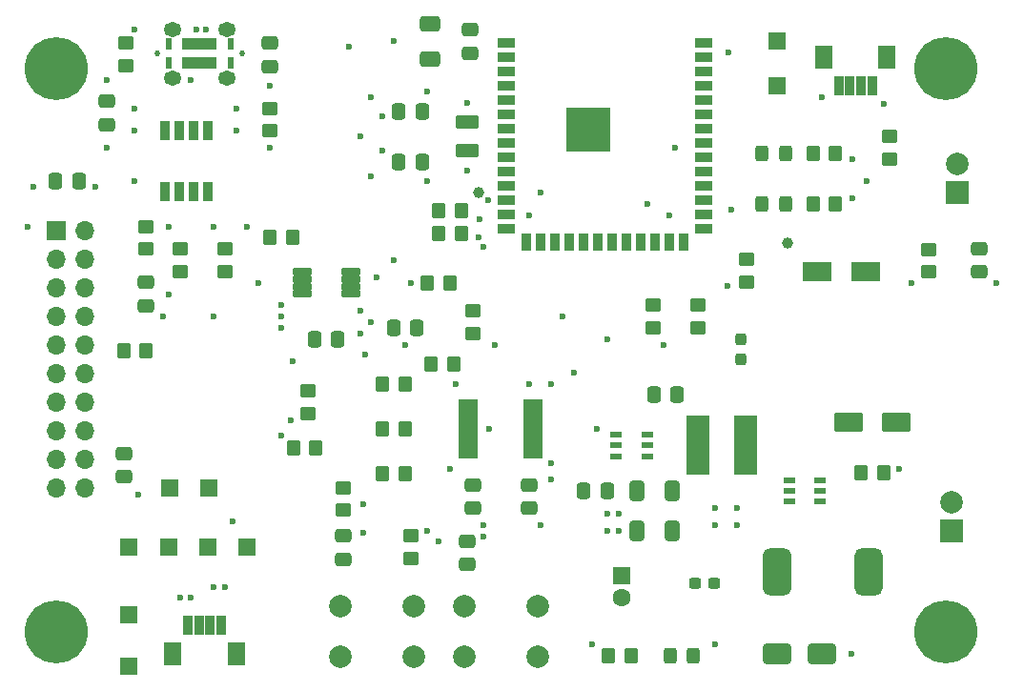
<source format=gts>
%TF.GenerationSoftware,KiCad,Pcbnew,8.0.3*%
%TF.CreationDate,2026-02-06T01:26:45-05:00*%
%TF.ProjectId,FrostByte_IRCamera_PCB,46726f73-7442-4797-9465-5f495243616d,rev?*%
%TF.SameCoordinates,Original*%
%TF.FileFunction,Soldermask,Top*%
%TF.FilePolarity,Negative*%
%FSLAX46Y46*%
G04 Gerber Fmt 4.6, Leading zero omitted, Abs format (unit mm)*
G04 Created by KiCad (PCBNEW 8.0.3) date 2026-02-06 01:26:45*
%MOMM*%
%LPD*%
G01*
G04 APERTURE LIST*
G04 Aperture macros list*
%AMRoundRect*
0 Rectangle with rounded corners*
0 $1 Rounding radius*
0 $2 $3 $4 $5 $6 $7 $8 $9 X,Y pos of 4 corners*
0 Add a 4 corners polygon primitive as box body*
4,1,4,$2,$3,$4,$5,$6,$7,$8,$9,$2,$3,0*
0 Add four circle primitives for the rounded corners*
1,1,$1+$1,$2,$3*
1,1,$1+$1,$4,$5*
1,1,$1+$1,$6,$7*
1,1,$1+$1,$8,$9*
0 Add four rect primitives between the rounded corners*
20,1,$1+$1,$2,$3,$4,$5,0*
20,1,$1+$1,$4,$5,$6,$7,0*
20,1,$1+$1,$6,$7,$8,$9,0*
20,1,$1+$1,$8,$9,$2,$3,0*%
G04 Aperture macros list end*
%ADD10RoundRect,0.250000X0.350000X0.450000X-0.350000X0.450000X-0.350000X-0.450000X0.350000X-0.450000X0*%
%ADD11RoundRect,0.250000X0.450000X-0.350000X0.450000X0.350000X-0.450000X0.350000X-0.450000X-0.350000X0*%
%ADD12RoundRect,0.625750X0.625750X1.464750X-0.625750X1.464750X-0.625750X-1.464750X0.625750X-1.464750X0*%
%ADD13RoundRect,0.642875X0.642875X1.452375X-0.642875X1.452375X-0.642875X-1.452375X0.642875X-1.452375X0*%
%ADD14C,0.600000*%
%ADD15R,3.900000X3.900000*%
%ADD16R,1.500000X0.900000*%
%ADD17R,0.900000X1.500000*%
%ADD18RoundRect,0.250000X0.475000X-0.337500X0.475000X0.337500X-0.475000X0.337500X-0.475000X-0.337500X0*%
%ADD19RoundRect,0.250000X-0.350000X-0.450000X0.350000X-0.450000X0.350000X0.450000X-0.350000X0.450000X0*%
%ADD20RoundRect,0.102000X0.900000X-0.500000X0.900000X0.500000X-0.900000X0.500000X-0.900000X-0.500000X0*%
%ADD21RoundRect,0.237500X0.237500X-0.287500X0.237500X0.287500X-0.237500X0.287500X-0.237500X-0.287500X0*%
%ADD22RoundRect,0.250000X0.650000X-0.412500X0.650000X0.412500X-0.650000X0.412500X-0.650000X-0.412500X0*%
%ADD23RoundRect,0.250000X-0.450000X0.350000X-0.450000X-0.350000X0.450000X-0.350000X0.450000X0.350000X0*%
%ADD24R,2.000000X2.000000*%
%ADD25C,2.000000*%
%ADD26RoundRect,0.250000X-0.337500X-0.475000X0.337500X-0.475000X0.337500X0.475000X-0.337500X0.475000X0*%
%ADD27RoundRect,0.102000X-0.325000X0.762500X-0.325000X-0.762500X0.325000X-0.762500X0.325000X0.762500X0*%
%ADD28RoundRect,0.102000X-0.647700X-0.952500X0.647700X-0.952500X0.647700X0.952500X-0.647700X0.952500X0*%
%ADD29RoundRect,0.102000X-0.330200X-0.774700X0.330200X-0.774700X0.330200X0.774700X-0.330200X0.774700X0*%
%ADD30C,5.600000*%
%ADD31RoundRect,0.250000X-1.000000X-0.650000X1.000000X-0.650000X1.000000X0.650000X-1.000000X0.650000X0*%
%ADD32RoundRect,0.250000X0.337500X0.475000X-0.337500X0.475000X-0.337500X-0.475000X0.337500X-0.475000X0*%
%ADD33RoundRect,0.250000X0.325000X0.450000X-0.325000X0.450000X-0.325000X-0.450000X0.325000X-0.450000X0*%
%ADD34C,0.520000*%
%ADD35RoundRect,0.102000X0.150000X0.435000X-0.150000X0.435000X-0.150000X-0.435000X0.150000X-0.435000X0*%
%ADD36O,1.554000X1.304000*%
%ADD37RoundRect,0.250000X-0.475000X0.337500X-0.475000X-0.337500X0.475000X-0.337500X0.475000X0.337500X0*%
%ADD38RoundRect,0.102000X-1.165000X-0.775000X1.165000X-0.775000X1.165000X0.775000X-1.165000X0.775000X0*%
%ADD39RoundRect,0.250000X0.412500X0.650000X-0.412500X0.650000X-0.412500X-0.650000X0.412500X-0.650000X0*%
%ADD40R,1.600000X1.600000*%
%ADD41C,1.600000*%
%ADD42RoundRect,0.102000X0.647700X0.952500X-0.647700X0.952500X-0.647700X-0.952500X0.647700X-0.952500X0*%
%ADD43RoundRect,0.102000X0.330200X0.774700X-0.330200X0.774700X-0.330200X-0.774700X0.330200X-0.774700X0*%
%ADD44RoundRect,0.250000X-0.325000X-0.450000X0.325000X-0.450000X0.325000X0.450000X-0.325000X0.450000X0*%
%ADD45RoundRect,0.237500X0.300000X0.237500X-0.300000X0.237500X-0.300000X-0.237500X0.300000X-0.237500X0*%
%ADD46RoundRect,0.085500X-0.751500X-0.256500X0.751500X-0.256500X0.751500X0.256500X-0.751500X0.256500X0*%
%ADD47RoundRect,0.076750X0.810250X0.230250X-0.810250X0.230250X-0.810250X-0.230250X0.810250X-0.230250X0*%
%ADD48RoundRect,0.219250X1.047750X0.657750X-1.047750X0.657750X-1.047750X-0.657750X1.047750X-0.657750X0*%
%ADD49R,1.003300X0.558800*%
%ADD50R,0.990600X0.508000*%
%ADD51RoundRect,0.102000X-0.950000X-2.550000X0.950000X-2.550000X0.950000X2.550000X-0.950000X2.550000X0*%
%ADD52R,1.700000X1.700000*%
%ADD53O,1.700000X1.700000*%
%ADD54R,1.500000X1.500000*%
%ADD55C,1.000000*%
G04 APERTURE END LIST*
D10*
%TO.C,R28*%
X139900000Y-104400000D03*
X137900000Y-104400000D03*
%TD*%
%TO.C,R27*%
X127700000Y-111900000D03*
X125700000Y-111900000D03*
%TD*%
D11*
%TO.C,R26*%
X130100000Y-117400000D03*
X130100000Y-115400000D03*
%TD*%
%TO.C,R25*%
X127000000Y-108800000D03*
X127000000Y-106800000D03*
%TD*%
D12*
%TO.C,F1*%
X176765750Y-122909500D03*
D13*
X168600000Y-122904750D03*
%TD*%
D14*
%TO.C,U2*%
X153237500Y-84270000D03*
X153237500Y-82870000D03*
X152537500Y-84970000D03*
X152537500Y-83570000D03*
X152537500Y-82170000D03*
X151837500Y-84270000D03*
D15*
X151837500Y-83570000D03*
D14*
X151837500Y-82870000D03*
X151137500Y-84970000D03*
X151137500Y-83570000D03*
X151137500Y-82170000D03*
X150437500Y-84270000D03*
X150437500Y-82870000D03*
D16*
X162087500Y-75850000D03*
X162087500Y-77120000D03*
X162087500Y-78390000D03*
X162087500Y-79660000D03*
X162087500Y-80930000D03*
X162087500Y-82200000D03*
X162087500Y-83470000D03*
X162087500Y-84740000D03*
X162087500Y-86010000D03*
X162087500Y-87280000D03*
X162087500Y-88550000D03*
X162087500Y-89820000D03*
X162087500Y-91090000D03*
X162087500Y-92360000D03*
D17*
X160322500Y-93610000D03*
X159052500Y-93610000D03*
X157782500Y-93610000D03*
X156512500Y-93610000D03*
X155242500Y-93610000D03*
X153972500Y-93610000D03*
X152702500Y-93610000D03*
X151432500Y-93610000D03*
X150162500Y-93610000D03*
X148892500Y-93610000D03*
X147622500Y-93610000D03*
X146352500Y-93610000D03*
D16*
X144587500Y-92360000D03*
X144587500Y-91090000D03*
X144587500Y-89820000D03*
X144587500Y-88550000D03*
X144587500Y-87280000D03*
X144587500Y-86010000D03*
X144587500Y-84740000D03*
X144587500Y-83470000D03*
X144587500Y-82200000D03*
X144587500Y-80930000D03*
X144587500Y-79660000D03*
X144587500Y-78390000D03*
X144587500Y-77120000D03*
X144587500Y-75850000D03*
%TD*%
D10*
%TO.C,R7*%
X140600000Y-90800000D03*
X138600000Y-90800000D03*
%TD*%
D18*
%TO.C,C21*%
X123600000Y-77972500D03*
X123600000Y-75897500D03*
%TD*%
D11*
%TO.C,R22*%
X178600000Y-86200000D03*
X178600000Y-84200000D03*
%TD*%
D19*
%TO.C,R24*%
X110600000Y-103200000D03*
X112600000Y-103200000D03*
%TD*%
D20*
%TO.C,Y1*%
X141100000Y-85450000D03*
X141100000Y-82950000D03*
%TD*%
D11*
%TO.C,R2*%
X182100000Y-96237500D03*
X182100000Y-94237500D03*
%TD*%
D21*
%TO.C,F2*%
X165400000Y-103975000D03*
X165400000Y-102225000D03*
%TD*%
D22*
%TO.C,C13*%
X137800000Y-77325000D03*
X137800000Y-74200000D03*
%TD*%
D23*
%TO.C,R3*%
X112600000Y-92200000D03*
X112600000Y-94200000D03*
%TD*%
D24*
%TO.C,J2*%
X184600000Y-89200000D03*
D25*
X184600000Y-86660000D03*
%TD*%
D18*
%TO.C,C14*%
X141400000Y-76800000D03*
X141400000Y-74725000D03*
%TD*%
D26*
%TO.C,C2*%
X151462500Y-115650001D03*
X153537500Y-115650001D03*
%TD*%
D27*
%TO.C,U5*%
X118105000Y-83688000D03*
X116835000Y-83688000D03*
X115565000Y-83688000D03*
X114295000Y-83688000D03*
X114295000Y-89112000D03*
X115565000Y-89112000D03*
X116835000Y-89112000D03*
X118105000Y-89112000D03*
%TD*%
D10*
%TO.C,R23*%
X125600000Y-93200000D03*
X123600000Y-93200000D03*
%TD*%
D19*
%TO.C,R12*%
X133600000Y-114200000D03*
X135600000Y-114200000D03*
%TD*%
%TO.C,R6*%
X137600000Y-97200000D03*
X139600000Y-97200000D03*
%TD*%
D28*
%TO.C,J5*%
X178400000Y-77120000D03*
X172800000Y-77120000D03*
D29*
X177100000Y-79700000D03*
X176100000Y-79700000D03*
X175100000Y-79700000D03*
X174100000Y-79700000D03*
%TD*%
D30*
%TO.C,H4*%
X183600000Y-128200000D03*
%TD*%
D31*
%TO.C,D1*%
X168600000Y-130200000D03*
X172600000Y-130200000D03*
%TD*%
D23*
%TO.C,R21*%
X119600000Y-94200000D03*
X119600000Y-96200000D03*
%TD*%
D32*
%TO.C,C7*%
X106637500Y-88200000D03*
X104562500Y-88200000D03*
%TD*%
D33*
%TO.C,D2*%
X161200000Y-130300000D03*
X159150000Y-130300000D03*
%TD*%
D10*
%TO.C,R11*%
X173837500Y-85700000D03*
X171837500Y-85700000D03*
%TD*%
D34*
%TO.C,J6*%
X121100000Y-76835000D03*
X113600000Y-76835000D03*
D35*
X120100000Y-77700000D03*
X118600000Y-77700000D03*
X118100000Y-77700000D03*
X117600000Y-77700000D03*
X117100000Y-77700000D03*
X116600000Y-77700000D03*
X116100000Y-77700000D03*
X114600000Y-77700000D03*
X114600000Y-75970000D03*
X116100000Y-75970000D03*
X116600000Y-75970000D03*
X117100000Y-75970000D03*
X117600000Y-75970000D03*
X118100000Y-75970000D03*
X118600000Y-75970000D03*
X120100000Y-75970000D03*
D36*
X119750000Y-78985000D03*
X119750000Y-74685000D03*
X114950000Y-78985000D03*
X114950000Y-74685000D03*
%TD*%
D37*
%TO.C,C15*%
X146600000Y-115162500D03*
X146600000Y-117237500D03*
%TD*%
D19*
%TO.C,R13*%
X133600000Y-110200000D03*
X135600000Y-110200000D03*
%TD*%
%TO.C,R8*%
X153675000Y-130300000D03*
X155675000Y-130300000D03*
%TD*%
D38*
%TO.C,D6*%
X176472500Y-96200000D03*
X172202500Y-96200000D03*
%TD*%
D23*
%TO.C,R17*%
X165900000Y-95100000D03*
X165900000Y-97100000D03*
%TD*%
D30*
%TO.C,H2*%
X183600000Y-78200000D03*
%TD*%
D26*
%TO.C,C12*%
X135062500Y-86450000D03*
X137137500Y-86450000D03*
%TD*%
D39*
%TO.C,C4*%
X159284550Y-115650001D03*
X156159550Y-115650001D03*
%TD*%
D40*
%TO.C,C1*%
X154800000Y-123200000D03*
D41*
X154800000Y-125200000D03*
%TD*%
D24*
%TO.C,J1*%
X184100000Y-119240000D03*
D25*
X184100000Y-116700000D03*
%TD*%
D37*
%TO.C,C16*%
X141600000Y-115162500D03*
X141600000Y-117237500D03*
%TD*%
D11*
%TO.C,R4*%
X141600000Y-101700000D03*
X141600000Y-99700000D03*
%TD*%
D23*
%TO.C,R19*%
X123600000Y-81700000D03*
X123600000Y-83700000D03*
%TD*%
D10*
%TO.C,R10*%
X173837500Y-90200000D03*
X171837500Y-90200000D03*
%TD*%
D11*
%TO.C,R5*%
X136100000Y-121700000D03*
X136100000Y-119700000D03*
%TD*%
D42*
%TO.C,J3*%
X115000000Y-130200000D03*
X120600000Y-130200000D03*
D43*
X116300000Y-127620000D03*
X117300000Y-127620000D03*
X118300000Y-127620000D03*
X119300000Y-127620000D03*
%TD*%
D30*
%TO.C,H1*%
X104600000Y-78200000D03*
%TD*%
D44*
%TO.C,D3*%
X167312500Y-90200000D03*
X169362500Y-90200000D03*
%TD*%
D19*
%TO.C,R15*%
X138600000Y-92800000D03*
X140600000Y-92800000D03*
%TD*%
D45*
%TO.C,FB1*%
X163062500Y-123900000D03*
X161337500Y-123900000D03*
%TD*%
D46*
%TO.C,U4*%
X126450000Y-96225000D03*
X126450000Y-96875000D03*
X126450000Y-97525000D03*
X126450000Y-98175000D03*
X130750000Y-98175000D03*
X130750000Y-97525000D03*
X130750000Y-96875000D03*
X130750000Y-96225000D03*
%TD*%
D26*
%TO.C,C11*%
X135062500Y-81950000D03*
X137137500Y-81950000D03*
%TD*%
%TO.C,C18*%
X134562500Y-101200000D03*
X136637500Y-101200000D03*
%TD*%
D25*
%TO.C,SW2*%
X136350000Y-130450000D03*
X129850000Y-130450000D03*
X136350000Y-125950000D03*
X129850000Y-125950000D03*
%TD*%
D39*
%TO.C,C5*%
X159284550Y-119200000D03*
X156159550Y-119200000D03*
%TD*%
D37*
%TO.C,C9*%
X141100000Y-120162500D03*
X141100000Y-122237500D03*
%TD*%
D18*
%TO.C,C20*%
X109142500Y-83160500D03*
X109142500Y-81085500D03*
%TD*%
D23*
%TO.C,R20*%
X115600000Y-94200000D03*
X115600000Y-96200000D03*
%TD*%
D47*
%TO.C,U3*%
X146970000Y-112475000D03*
X146970000Y-111825000D03*
X146970000Y-111175000D03*
X146970000Y-110525000D03*
X146970000Y-109875000D03*
X146970000Y-109225000D03*
X146970000Y-108575000D03*
X146970000Y-107925000D03*
X141230000Y-107925000D03*
X141230000Y-108575000D03*
X141230000Y-109225000D03*
X141230000Y-109875000D03*
X141230000Y-110525000D03*
X141230000Y-111175000D03*
X141230000Y-111825000D03*
X141230000Y-112475000D03*
%TD*%
D48*
%TO.C,D5*%
X179235000Y-109565000D03*
X174965000Y-109565000D03*
%TD*%
D44*
%TO.C,D4*%
X167312500Y-85700000D03*
X169362500Y-85700000D03*
%TD*%
D11*
%TO.C,R16*%
X110842500Y-77923000D03*
X110842500Y-75923000D03*
%TD*%
D25*
%TO.C,SW1*%
X147350000Y-130450000D03*
X140850000Y-130450000D03*
X147350000Y-125950000D03*
X140850000Y-125950000D03*
%TD*%
D37*
%TO.C,C6*%
X186600000Y-94162500D03*
X186600000Y-96237500D03*
%TD*%
D26*
%TO.C,C17*%
X127562500Y-102200000D03*
X129637500Y-102200000D03*
%TD*%
D10*
%TO.C,R1*%
X178100000Y-114100000D03*
X176100000Y-114100000D03*
%TD*%
D37*
%TO.C,C8*%
X112600000Y-97162500D03*
X112600000Y-99237500D03*
%TD*%
D23*
%TO.C,R18*%
X161600000Y-99200000D03*
X161600000Y-101200000D03*
%TD*%
D19*
%TO.C,R14*%
X133600000Y-106200000D03*
X135600000Y-106200000D03*
%TD*%
D49*
%TO.C,U1*%
X154344100Y-110700000D03*
X154344100Y-111650001D03*
X154344100Y-112600002D03*
X157100000Y-112600002D03*
X157100000Y-111650001D03*
X157100000Y-110700000D03*
%TD*%
D30*
%TO.C,H3*%
X104600000Y-128200000D03*
%TD*%
D26*
%TO.C,C3*%
X157684550Y-107150001D03*
X159759550Y-107150001D03*
%TD*%
D50*
%TO.C,Q1*%
X172446200Y-116650001D03*
X172446200Y-115700000D03*
X172446200Y-114749999D03*
X169753800Y-114749999D03*
X169753800Y-115700000D03*
X169753800Y-116650001D03*
%TD*%
D37*
%TO.C,C10*%
X130100000Y-119662500D03*
X130100000Y-121737500D03*
%TD*%
D51*
%TO.C,L1*%
X161622050Y-111650001D03*
X165822050Y-111650001D03*
%TD*%
D18*
%TO.C,C19*%
X110600000Y-114437500D03*
X110600000Y-112362500D03*
%TD*%
D11*
%TO.C,R9*%
X157600000Y-101200000D03*
X157600000Y-99200000D03*
%TD*%
D52*
%TO.C,J4*%
X104600000Y-92580000D03*
D53*
X107140000Y-92580000D03*
X104600000Y-95120000D03*
X107140000Y-95120000D03*
X104600000Y-97660000D03*
X107140000Y-97660000D03*
X104600000Y-100200000D03*
X107140000Y-100200000D03*
X104600000Y-102740000D03*
X107140000Y-102740000D03*
X104600000Y-105280000D03*
X107140000Y-105280000D03*
X104600000Y-107820000D03*
X107140000Y-107820000D03*
X104600000Y-110360000D03*
X107140000Y-110360000D03*
X104600000Y-112900000D03*
X107140000Y-112900000D03*
X104600000Y-115440000D03*
X107140000Y-115440000D03*
%TD*%
D54*
%TO.C,RX*%
X168600000Y-75700000D03*
%TD*%
%TO.C,MISO*%
X111100000Y-120700000D03*
%TD*%
%TO.C,SCL*%
X111100000Y-131250000D03*
%TD*%
%TO.C,2v8*%
X114700000Y-115400000D03*
%TD*%
%TO.C,CLK*%
X121600000Y-120700000D03*
%TD*%
%TO.C,MOSI*%
X118100000Y-120700000D03*
%TD*%
%TO.C,3v3*%
X118200000Y-115400000D03*
%TD*%
%TO.C,CS*%
X114600000Y-120700000D03*
%TD*%
%TO.C,TX*%
X168600000Y-79700000D03*
%TD*%
%TO.C,SDA*%
X111100000Y-126700000D03*
%TD*%
D14*
X125500000Y-109400000D03*
X124600000Y-110800000D03*
X131900000Y-116900000D03*
X139600000Y-113700000D03*
X114600000Y-98200000D03*
X114600000Y-92200000D03*
X118600000Y-92200000D03*
X121600000Y-92200000D03*
X135600000Y-102700000D03*
X150600000Y-105200000D03*
X153600000Y-119200000D03*
X153600000Y-117700000D03*
X154600000Y-117700000D03*
X154600000Y-119200000D03*
X165100000Y-118700000D03*
X165100000Y-117200000D03*
X163100000Y-117200000D03*
X163100000Y-118700000D03*
X120300000Y-118400000D03*
X131600000Y-84200000D03*
X141100000Y-81200000D03*
X137600000Y-80200000D03*
X132600000Y-80700000D03*
X132600000Y-87700000D03*
X137600000Y-88200000D03*
X141100000Y-87200000D03*
X111600000Y-88200000D03*
X123600000Y-79700000D03*
X109100000Y-79200000D03*
X111600000Y-81700000D03*
X123600000Y-85200000D03*
X109100000Y-85200000D03*
X120600000Y-81700000D03*
X120600000Y-83700000D03*
X111600000Y-83700000D03*
X124600000Y-99200000D03*
X131600000Y-99700000D03*
X172600000Y-80700000D03*
X133100000Y-96700000D03*
X143100000Y-110200000D03*
X159100000Y-91200000D03*
X152600000Y-110200000D03*
D55*
X169600000Y-93700000D03*
X142100000Y-89200000D03*
D14*
X111600000Y-74700000D03*
X117100000Y-74700000D03*
X164600000Y-90700000D03*
X157100000Y-90200000D03*
X133600000Y-85450000D03*
X134600000Y-75700000D03*
X131600000Y-101700000D03*
X102100000Y-92200000D03*
X188100000Y-97237500D03*
X142600000Y-119737500D03*
X133600000Y-82450000D03*
X140100000Y-106200000D03*
X163175000Y-129300000D03*
X164337500Y-76700000D03*
X179500000Y-113700000D03*
X111900000Y-116000000D03*
X175200000Y-130200000D03*
X114100000Y-100200000D03*
X102600000Y-88700000D03*
X178100000Y-81317800D03*
X131900000Y-119400000D03*
X115600000Y-125200000D03*
X146600000Y-106200000D03*
X147600000Y-118700000D03*
X132600000Y-100700000D03*
X142600000Y-118700000D03*
X138600000Y-120200000D03*
X147600000Y-89200000D03*
X136100000Y-97200000D03*
X158600000Y-102700000D03*
X175337500Y-89700000D03*
X148600000Y-114700000D03*
X137600000Y-119200000D03*
X152175000Y-129300000D03*
X130600000Y-76200000D03*
X176600000Y-88200000D03*
X108100000Y-88700000D03*
X116600000Y-125200000D03*
X164262500Y-97500000D03*
X148600000Y-113200000D03*
X143600000Y-102700000D03*
X180600000Y-97237500D03*
X132100000Y-103600000D03*
X175337500Y-86200000D03*
X125600000Y-104200000D03*
X149600000Y-100200000D03*
X148600000Y-106200000D03*
X153600000Y-102200000D03*
X124600000Y-100200000D03*
X142600000Y-94000000D03*
X142980000Y-89820000D03*
X118600000Y-124200000D03*
X124600000Y-101200000D03*
X119600000Y-124200000D03*
X122600000Y-97200000D03*
X118600000Y-100200000D03*
X146600000Y-91200000D03*
X134600000Y-95200000D03*
X159600000Y-85200000D03*
X142100000Y-93200000D03*
X142224265Y-91575735D03*
X117950000Y-74739614D03*
X116600000Y-79200000D03*
M02*

</source>
